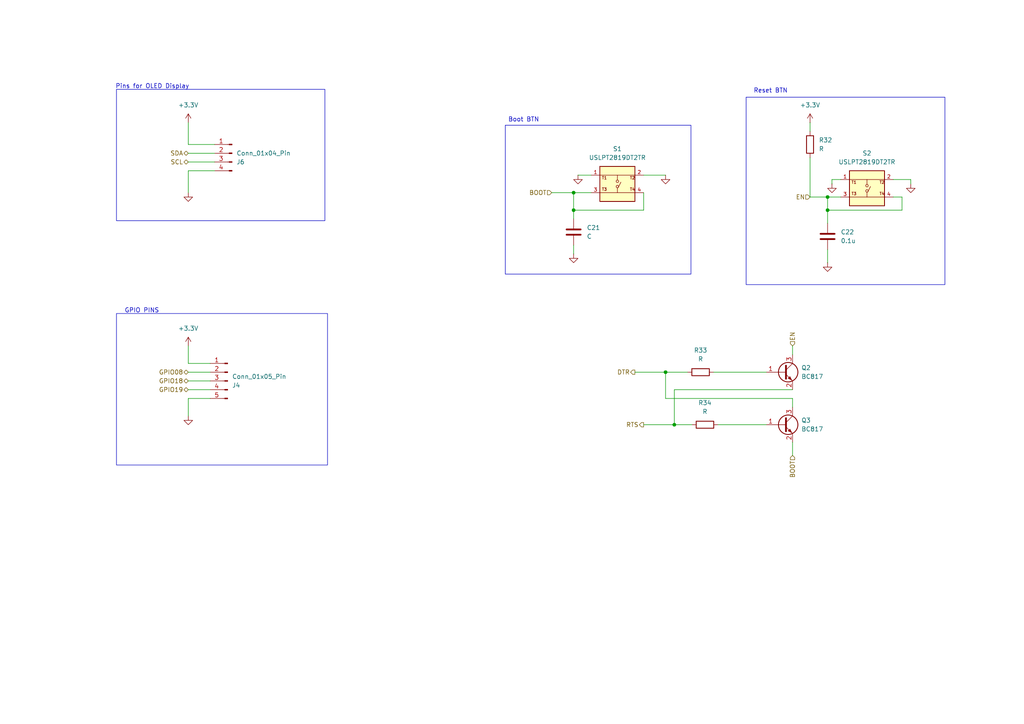
<source format=kicad_sch>
(kicad_sch (version 20250114) (generator "eeschema") (generator_version "9.0")
  (paper "A4")
  (lib_symbols
    (symbol "Connector:Conn_01x04_Pin" (pin_names (offset 1.016) (hide yes))
      (property "Reference" "J" (at 0 5.08 0))
      (property "Value" "Conn_01x04_Pin" (at 0 -7.62 0))
      (symbol "Conn_01x04_Pin_1_1"
        (rectangle (start 0.8636 2.667) (end 0 2.413) (stroke (width 0.1524)) (fill (type outline)))
        (rectangle (start 0.8636 0.127) (end 0 -0.127) (stroke (width 0.1524)) (fill (type outline)))
        (rectangle (start 0.8636 -2.413) (end 0 -2.667) (stroke (width 0.1524)) (fill (type outline)))
        (rectangle (start 0.8636 -4.953) (end 0 -5.207) (stroke (width 0.1524)) (fill (type outline)))
        (polyline (pts (xy 1.27 2.54) (xy 0.8636 2.54)) (stroke (width 0.1524)))
        (polyline (pts (xy 1.27 0) (xy 0.8636 0)) (stroke (width 0.1524)))
        (polyline (pts (xy 1.27 -2.54) (xy 0.8636 -2.54)) (stroke (width 0.1524)))
        (polyline (pts (xy 1.27 -5.08) (xy 0.8636 -5.08)) (stroke (width 0.1524)))
        (pin passive line (at 5.08 2.54 180) (length 3.81) (name "Pin_1") (number "1"))
        (pin passive line (at 5.08 0 180) (length 3.81) (name "Pin_2") (number "2"))
        (pin passive line (at 5.08 -2.54 180) (length 3.81) (name "Pin_3") (number "3"))
        (pin passive line (at 5.08 -5.08 180) (length 3.81) (name "Pin_4") (number "4"))
      )
    )
    (symbol "Connector:Conn_01x05_Pin" (pin_names (offset 1.016) (hide yes))
      (property "Reference" "J" (at 0 7.62 0))
      (property "Value" "Conn_01x05_Pin" (at 0 -7.62 0))
      (symbol "Conn_01x05_Pin_1_1"
        (rectangle (start 0.8636 5.207) (end 0 4.953) (stroke (width 0.1524)) (fill (type outline)))
        (rectangle (start 0.8636 2.667) (end 0 2.413) (stroke (width 0.1524)) (fill (type outline)))
        (rectangle (start 0.8636 0.127) (end 0 -0.127) (stroke (width 0.1524)) (fill (type outline)))
        (rectangle (start 0.8636 -2.413) (end 0 -2.667) (stroke (width 0.1524)) (fill (type outline)))
        (rectangle (start 0.8636 -4.953) (end 0 -5.207) (stroke (width 0.1524)) (fill (type outline)))
        (polyline (pts (xy 1.27 5.08) (xy 0.8636 5.08)) (stroke (width 0.1524)))
        (polyline (pts (xy 1.27 2.54) (xy 0.8636 2.54)) (stroke (width 0.1524)))
        (polyline (pts (xy 1.27 0) (xy 0.8636 0)) (stroke (width 0.1524)))
        (polyline (pts (xy 1.27 -2.54) (xy 0.8636 -2.54)) (stroke (width 0.1524)))
        (polyline (pts (xy 1.27 -5.08) (xy 0.8636 -5.08)) (stroke (width 0.1524)))
        (pin passive line (at 5.08 5.08 180) (length 3.81) (name "Pin_1") (number "1"))
        (pin passive line (at 5.08 2.54 180) (length 3.81) (name "Pin_2") (number "2"))
        (pin passive line (at 5.08 0 180) (length 3.81) (name "Pin_3") (number "3"))
        (pin passive line (at 5.08 -2.54 180) (length 3.81) (name "Pin_4") (number "4"))
        (pin passive line (at 5.08 -5.08 180) (length 3.81) (name "Pin_5") (number "5"))
      )
    )
    (symbol "Device:C" (pin_numbers (hide yes)) (pin_names (offset 0.254))
      (property "Reference" "C" (at 0.635 2.54 0))
      (property "Value" "C" (at 0.635 -2.54 0))
      (symbol "C_0_1"
        (polyline (pts (xy -2.032 0.762) (xy 2.032 0.762)) (stroke (width 0.508)))
        (polyline (pts (xy -2.032 -0.762) (xy 2.032 -0.762)) (stroke (width 0.508)))
      )
      (symbol "C_1_1"
        (pin passive line (at 0 3.81 270) (length 2.794) (name "~") (number "1"))
        (pin passive line (at 0 -3.81 90) (length 2.794) (name "~") (number "2"))
      )
    )
    (symbol "Device:R" (pin_numbers (hide yes)) (pin_names (offset 0))
      (property "Reference" "R" (at 2.032 0 90))
      (property "Value" "R" (at 0 0 90))
      (symbol "R_0_1"
        (rectangle (start -1.016 -2.54) (end 1.016 2.54) (stroke (width 0.254)))
      )
      (symbol "R_1_1"
        (pin passive line (at 0 3.81 270) (length 1.27) (name "~") (number "1"))
        (pin passive line (at 0 -3.81 90) (length 1.27) (name "~") (number "2"))
      )
    )
    (symbol "ESP32_IoT_Board_Schem:USLPT2819DT2TR" (pin_names (offset 1.016))
      (property "Reference" "S" (at -5.08 5.08 0))
      (property "Value" "USLPT2819DT2TR" (at -5.08 -7.62 0))
      (symbol "USLPT2819DT2TR_0_0"
        (polyline (pts (xy -5.08 2.54) (xy 5.08 2.54)) (stroke (width 0.1524)))
        (polyline (pts (xy -5.08 -2.54) (xy 5.08 -2.54)) (stroke (width 0.1524)))
        (rectangle (start -5.08 -5.08) (end 5.08 5.08) (stroke (width 0.254)) (fill (type background)))
        (polyline (pts (xy 0 1.143) (xy 0 2.54)) (stroke (width 0.1524)))
        (circle (center 0 0.762) (radius 0.3592) (stroke (width 0.1524)))
        (circle (center 0 -0.762) (radius 0.3592) (stroke (width 0.1524)))
        (polyline (pts (xy 0 -2.54) (xy 0 -1.143)) (stroke (width 0.1524)))
        (polyline (pts (xy 0.254 -1.016) (xy 1.016 0.508)) (stroke (width 0.1524)))
        (text "T1" (at -4.572 1.27 0) (effects (font (size 0.8128 0.8128)) (justify left bottom)))
        (text "T3" (at -4.572 -2.032 0) (effects (font (size 0.8128 0.8128)) (justify left bottom)))
        (text "T2" (at 3.556 1.27 0) (effects (font (size 0.8128 0.8128)) (justify left bottom)))
        (text "T4" (at 3.556 -2.032 0) (effects (font (size 0.8128 0.8128)) (justify left bottom)))
        (pin passive line (at -7.62 2.54 0) (length 2.54) (name "~") (number "1"))
        (pin passive line (at -7.62 -2.54 0) (length 2.54) (name "~") (number "3"))
        (pin passive line (at 7.62 2.54 180) (length 2.54) (name "~") (number "2"))
        (pin passive line (at 7.62 -2.54 180) (length 2.54) (name "~") (number "4"))
      )
    )
    (symbol "Transistor_BJT:BC817" (pin_names (offset 0) (hide yes))
      (property "Reference" "Q" (at 5.08 1.905 0))
      (property "Value" "BC817" (at 5.08 0 0))
      (symbol "BC817_0_1"
        (polyline (pts (xy -2.54 0) (xy 0.635 0)))
        (polyline (pts (xy 0.635 1.905) (xy 0.635 -1.905)) (stroke (width 0.508)))
        (circle (center 1.27 0) (radius 2.8194) (stroke (width 0.254)))
      )
      (symbol "BC817_1_1"
        (polyline (pts (xy 0.635 0.635) (xy 2.54 2.54)))
        (polyline (pts (xy 0.635 -0.635) (xy 2.54 -2.54)))
        (polyline (pts (xy 1.27 -1.778) (xy 1.778 -1.27) (xy 2.286 -2.286) (xy 1.27 -1.778)) (fill (type outline)))
        (pin input line (at -5.08 0 0) (length 2.54) (name "B") (number "1"))
        (pin passive line (at 2.54 5.08 270) (length 2.54) (name "C") (number "3"))
        (pin passive line (at 2.54 -5.08 90) (length 2.54) (name "E") (number "2"))
      )
    )
    (symbol "power:+3.3V" (power) (pin_numbers (hide yes)) (pin_names (offset 0) (hide yes))
      (property "Value" "+3.3V" (at 0 3.556 0))
      (symbol "+3.3V_0_1"
        (polyline (pts (xy -0.762 1.27) (xy 0 2.54)))
        (polyline (pts (xy 0 2.54) (xy 0.762 1.27)))
        (polyline (pts (xy 0 0) (xy 0 2.54)))
      )
      (symbol "+3.3V_1_1"
        (pin power_in line (at 0 0 90) (length 0) (name "~") (number "1"))
      )
    )
    (symbol "power:GND" (power) (pin_numbers (hide yes)) (pin_names (offset 0) (hide yes))
      (property "Value" "GND" (at 0 -3.81 0))
      (symbol "GND_0_1"
        (polyline (pts (xy 0 0) (xy 0 -1.27) (xy 1.27 -1.27) (xy 0 -2.54) (xy -1.27 -1.27) (xy 0 -1.27)))
      )
      (symbol "GND_1_1"
        (pin power_in line (at 0 0 270) (length 0) (name "~") (number "1"))
      )
    )
  )
  (rectangle (start 146.558 36.322) (end 200.406 79.502))
  (rectangle (start 33.782 25.908) (end 94.234 64.008))
  (rectangle (start 33.782 90.932) (end 94.996 134.874))
  (rectangle (start 216.408 28.194) (end 274.066 82.55))
  (text "Reset BTN\n" (at 223.52 26.416 0) (effects (font (size 1.27 1.27))))
  (text "Boot BTN\n" (at 151.892 34.798 0) (effects (font (size 1.27 1.27))))
  (text "Pins for OLED Display\n" (at 44.196 25.146 0) (effects (font (size 1.27 1.27))))
  (text "GPIO PINS\n" (at 41.148 90.17 0) (effects (font (size 1.27 1.27))))
  (junction (at 193.04 107.95))
  (junction (at 240.03 57.15))
  (junction (at 195.58 123.19))
  (junction (at 166.37 55.88))
  (junction (at 166.37 60.96))
  (junction (at 240.03 60.96))
  (wire (pts (xy 240.03 76.2) (xy 240.03 72.39)))
  (wire (pts (xy 195.58 123.19) (xy 200.66 123.19)))
  (wire (pts (xy 229.87 118.11) (xy 229.87 115.57)))
  (wire (pts (xy 54.61 41.91) (xy 54.61 35.56)))
  (wire (pts (xy 166.37 60.96) (xy 186.69 60.96)))
  (wire (pts (xy 229.87 113.03) (xy 195.58 113.03)))
  (wire (pts (xy 193.04 107.95) (xy 199.39 107.95)))
  (wire (pts (xy 160.02 55.88) (xy 166.37 55.88)))
  (wire (pts (xy 186.69 55.88) (xy 186.69 60.96)))
  (wire (pts (xy 241.3 52.07) (xy 241.3 53.34)))
  (wire (pts (xy 240.03 64.77) (xy 240.03 60.96)))
  (wire (pts (xy 54.61 49.53) (xy 54.61 55.88)))
  (wire (pts (xy 207.01 107.95) (xy 222.25 107.95)))
  (wire (pts (xy 261.62 60.96) (xy 240.03 60.96)))
  (wire (pts (xy 243.84 52.07) (xy 241.3 52.07)))
  (wire (pts (xy 229.87 128.27) (xy 229.87 132.08)))
  (wire (pts (xy 234.95 35.56) (xy 234.95 38.1)))
  (wire (pts (xy 166.37 60.96) (xy 166.37 63.5)))
  (wire (pts (xy 62.23 49.53) (xy 54.61 49.53)))
  (wire (pts (xy 259.08 57.15) (xy 261.62 57.15)))
  (wire (pts (xy 60.96 115.57) (xy 54.61 115.57)))
  (wire (pts (xy 240.03 57.15) (xy 234.95 57.15)))
  (wire (pts (xy 208.28 123.19) (xy 222.25 123.19)))
  (wire (pts (xy 243.84 57.15) (xy 240.03 57.15)))
  (wire (pts (xy 60.96 105.41) (xy 54.61 105.41)))
  (wire (pts (xy 240.03 60.96) (xy 240.03 57.15)))
  (wire (pts (xy 166.37 73.66) (xy 166.37 71.12)))
  (wire (pts (xy 184.15 107.95) (xy 193.04 107.95)))
  (wire (pts (xy 167.64 50.8) (xy 171.45 50.8)))
  (wire (pts (xy 54.61 107.95) (xy 60.96 107.95)))
  (wire (pts (xy 54.61 115.57) (xy 54.61 120.65)))
  (wire (pts (xy 54.61 44.45) (xy 62.23 44.45)))
  (wire (pts (xy 264.16 52.07) (xy 264.16 53.34)))
  (wire (pts (xy 186.69 123.19) (xy 195.58 123.19)))
  (wire (pts (xy 166.37 55.88) (xy 166.37 60.96)))
  (wire (pts (xy 261.62 57.15) (xy 261.62 60.96)))
  (wire (pts (xy 62.23 41.91) (xy 54.61 41.91)))
  (wire (pts (xy 54.61 100.33) (xy 54.61 105.41)))
  (wire (pts (xy 54.61 46.99) (xy 62.23 46.99)))
  (wire (pts (xy 186.69 50.8) (xy 193.04 50.8)))
  (wire (pts (xy 229.87 115.57) (xy 193.04 115.57)))
  (wire (pts (xy 193.04 115.57) (xy 193.04 107.95)))
  (wire (pts (xy 195.58 113.03) (xy 195.58 123.19)))
  (wire (pts (xy 54.61 113.03) (xy 60.96 113.03)))
  (wire (pts (xy 229.87 100.33) (xy 229.87 102.87)))
  (wire (pts (xy 54.61 110.49) (xy 60.96 110.49)))
  (wire (pts (xy 234.95 57.15) (xy 234.95 45.72)))
  (wire (pts (xy 166.37 55.88) (xy 171.45 55.88)))
  (wire (pts (xy 259.08 52.07) (xy 264.16 52.07)))
  (hierarchical_label "SCL" (shape bidirectional) (at 54.61 46.99 180))
  (hierarchical_label "RTS" (shape output) (at 186.69 123.19 180))
  (hierarchical_label "GPIO18" (shape bidirectional) (at 54.61 110.49 180))
  (hierarchical_label "GPIO08" (shape bidirectional) (at 54.61 107.95 180))
  (hierarchical_label "BOOT" (shape input) (at 160.02 55.88 180))
  (hierarchical_label "DTR" (shape output) (at 184.15 107.95 180))
  (hierarchical_label "EN" (shape input) (at 229.87 100.33 90))
  (hierarchical_label "GPIO19" (shape bidirectional) (at 54.61 113.03 180))
  (hierarchical_label "SDA" (shape bidirectional) (at 54.61 44.45 180))
  (hierarchical_label "EN" (shape input) (at 234.95 57.15 180))
  (hierarchical_label "BOOT" (shape input) (at 229.87 132.08 270))
  (symbol (lib_id "Transistor_BJT:BC817") (at 227.33 123.19 0) (unit 1)
    (property "Reference" "Q3" (at 232.41 121.9199 0) (effects (justify left)))
    (property "Value" "BC817" (at 232.41 124.4599 0) (effects (justify left)))
    (property "Footprint" "Package_TO_SOT_SMD:SOT-23" (effects (hide yes)))
    (property "Datasheet" "https://www.onsemi.com/pub/Collateral/BC818-D.pdf" (effects (hide yes)))
    (property "Description" "0.8A Ic, 45V Vce, NPN Transistor, SOT-23" (effects (hide yes)))
  )
  (symbol (lib_id "Device:R") (at 204.47 123.19 270) (unit 1)
    (property "Reference" "R34" (at 204.47 116.84 90))
    (property "Value" "R" (at 204.47 119.38 90))
    (property "Footprint" "Resistor_SMD:R_0805_2012Metric" (effects (hide yes)))
    (property "Description" "Resistor" (effects (hide yes)))
  )
  (symbol (lib_id "Device:C") (at 166.37 67.31 0) (unit 1)
    (property "Reference" "C21" (at 170.18 66.0399 0) (effects (justify left)))
    (property "Value" "C" (at 170.18 68.5799 0) (effects (justify left)))
    (property "Footprint" "Capacitor_SMD:C_0805_2012Metric" (effects (hide yes)))
    (property "Description" "Unpolarized capacitor" (effects (hide yes)))
  )
  (symbol (lib_id "power:+3.3V") (at 54.61 100.33 0) (unit 1)
    (property "Reference" "#PWR055" (effects (hide yes)))
    (property "Value" "+3.3V" (at 54.61 95.25 0))
    (property "Description" "Power symbol creates a global label with name \"+3.3V\"" (effects (hide yes)))
  )
  (symbol (lib_id "power:GND") (at 166.37 73.66 0) (unit 1)
    (property "Reference" "#PWR056" (effects (hide yes)))
    (property "Value" "GND" (effects (hide yes)))
    (property "Description" "Power symbol creates a global label with name \"GND\" , ground" (effects (hide yes)))
  )
  (symbol (lib_id "power:GND") (at 264.16 53.34 0) (unit 1)
    (property "Reference" "#PWR062" (effects (hide yes)))
    (property "Value" "GND" (effects (hide yes)))
    (property "Description" "Power symbol creates a global label with name \"GND\" , ground" (effects (hide yes)))
  )
  (symbol (lib_id "ESP32_IoT_Board_Schem:USLPT2819DT2TR") (at 179.07 53.34 0) (unit 1)
    (property "Reference" "S1" (at 179.07 43.18 0))
    (property "Value" "USLPT2819DT2TR" (at 179.07 45.72 0))
    (property "Footprint" "ESP32_IoT_Board_Footprint:USLPT2819DT2TR" (effects (hide yes)))
    (property "Description" "SWITCH TACTILE SPST-NO 0.02A 15V" (effects (hide yes)))
    (property "DigiKey Part Number " "450-3358-2-ND" (effects (hide yes)))
    (property "Manufacturer" "TE CONNECTIVITY" (effects (hide yes)))
    (property "Manufacturer Product Number " "USLPT2819DT2TR" (effects (hide yes)))
  )
  (symbol (lib_id "power:GND") (at 240.03 76.2 0) (unit 1)
    (property "Reference" "#PWR060" (effects (hide yes)))
    (property "Value" "GND" (effects (hide yes)))
    (property "Description" "Power symbol creates a global label with name \"GND\" , ground" (effects (hide yes)))
  )
  (symbol (lib_id "power:GND") (at 54.61 55.88 0) (unit 1)
    (property "Reference" "#PWR053" (effects (hide yes)))
    (property "Value" "GND" (effects (hide yes)))
    (property "Description" "Power symbol creates a global label with name \"GND\" , ground" (effects (hide yes)))
  )
  (symbol (lib_id "power:GND") (at 241.3 53.34 0) (unit 1)
    (property "Reference" "#PWR061" (effects (hide yes)))
    (property "Value" "GND" (effects (hide yes)))
    (property "Description" "Power symbol creates a global label with name \"GND\" , ground" (effects (hide yes)))
  )
  (symbol (lib_id "power:GND") (at 193.04 50.8 0) (unit 1)
    (property "Reference" "#PWR058" (effects (hide yes)))
    (property "Value" "GND" (effects (hide yes)))
    (property "Description" "Power symbol creates a global label with name \"GND\" , ground" (effects (hide yes)))
  )
  (symbol (lib_id "power:GND") (at 54.61 120.65 0) (unit 1)
    (property "Reference" "#PWR054" (effects (hide yes)))
    (property "Value" "GND" (effects (hide yes)))
    (property "Description" "Power symbol creates a global label with name \"GND\" , ground" (effects (hide yes)))
  )
  (symbol (lib_id "Device:C") (at 240.03 68.58 0) (unit 1)
    (property "Reference" "C22" (at 243.84 67.3099 0) (effects (justify left)))
    (property "Value" "0.1u" (at 243.84 69.8499 0) (effects (justify left)))
    (property "Footprint" "Capacitor_SMD:C_0805_2012Metric" (effects (hide yes)))
    (property "Description" "Unpolarized capacitor" (effects (hide yes)))
  )
  (symbol (lib_id "Connector:Conn_01x04_Pin") (at 67.31 44.45 0) (mirror y) (unit 1)
    (property "Reference" "J6" (at 68.58 46.9901 0) (effects (justify right)))
    (property "Value" "Conn_01x04_Pin" (at 68.58 44.4501 0) (effects (justify right)))
    (property "Footprint" "Connector_PinHeader_2.54mm:PinHeader_1x04_P2.54mm_Vertical" (effects (hide yes)))
    (property "Description" "Generic connector, single row, 01x04, script generated" (effects (hide yes)))
  )
  (symbol (lib_id "power:GND") (at 167.64 50.8 0) (unit 1)
    (property "Reference" "#PWR057" (effects (hide yes)))
    (property "Value" "GND" (effects (hide yes)))
    (property "Description" "Power symbol creates a global label with name \"GND\" , ground" (effects (hide yes)))
  )
  (symbol (lib_id "ESP32_IoT_Board_Schem:USLPT2819DT2TR") (at 251.46 54.61 0) (unit 1)
    (property "Reference" "S2" (at 251.46 44.45 0))
    (property "Value" "USLPT2819DT2TR" (at 251.46 46.99 0))
    (property "Footprint" "ESP32_IoT_Board_Footprint:USLPT2819DT2TR" (effects (hide yes)))
    (property "Description" "SWITCH TACTILE SPST-NO 0.02A 15V" (effects (hide yes)))
    (property "DigiKey Part Number " "450-3358-2-ND" (effects (hide yes)))
    (property "Manufacturer" "TE CONNECTIVITY" (effects (hide yes)))
    (property "Manufacturer Product Number " "USLPT2819DT2TR" (effects (hide yes)))
  )
  (symbol (lib_id "Device:R") (at 203.2 107.95 270) (unit 1)
    (property "Reference" "R33" (at 203.2 101.6 90))
    (property "Value" "R" (at 203.2 104.14 90))
    (property "Footprint" "Resistor_SMD:R_0805_2012Metric" (effects (hide yes)))
    (property "Description" "Resistor" (effects (hide yes)))
  )
  (symbol (lib_id "power:+3.3V") (at 54.61 35.56 0) (unit 1)
    (property "Reference" "#PWR052" (effects (hide yes)))
    (property "Value" "+3.3V" (at 54.61 30.48 0))
    (property "Description" "Power symbol creates a global label with name \"+3.3V\"" (effects (hide yes)))
  )
  (symbol (lib_id "Connector:Conn_01x05_Pin") (at 66.04 110.49 0) (mirror y) (unit 1)
    (property "Reference" "J4" (at 67.31 111.7601 0) (effects (justify right)))
    (property "Value" "Conn_01x05_Pin" (at 67.31 109.2201 0) (effects (justify right)))
    (property "Footprint" "Connector_PinHeader_2.54mm:PinHeader_1x05_P2.54mm_Vertical" (effects (hide yes)))
    (property "Description" "Generic connector, single row, 01x05, script generated" (effects (hide yes)))
  )
  (symbol (lib_id "power:+3.3V") (at 234.95 35.56 0) (unit 1)
    (property "Reference" "#PWR059" (effects (hide yes)))
    (property "Value" "+3.3V" (at 234.95 30.48 0))
    (property "Description" "Power symbol creates a global label with name \"+3.3V\"" (effects (hide yes)))
  )
  (symbol (lib_id "Transistor_BJT:BC817") (at 227.33 107.95 0) (unit 1)
    (property "Reference" "Q2" (at 232.41 106.6799 0) (effects (justify left)))
    (property "Value" "BC817" (at 232.41 109.2199 0) (effects (justify left)))
    (property "Footprint" "Package_TO_SOT_SMD:SOT-23" (effects (hide yes)))
    (property "Datasheet" "https://www.onsemi.com/pub/Collateral/BC818-D.pdf" (effects (hide yes)))
    (property "Description" "0.8A Ic, 45V Vce, NPN Transistor, SOT-23" (effects (hide yes)))
  )
  (symbol (lib_id "Device:R") (at 234.95 41.91 0) (unit 1)
    (property "Reference" "R32" (at 237.49 40.6399 0) (effects (justify left)))
    (property "Value" "R" (at 237.49 43.1799 0) (effects (justify left)))
    (property "Footprint" "Resistor_SMD:R_0805_2012Metric" (effects (hide yes)))
    (property "Description" "Resistor" (effects (hide yes)))
  )
)
</source>
